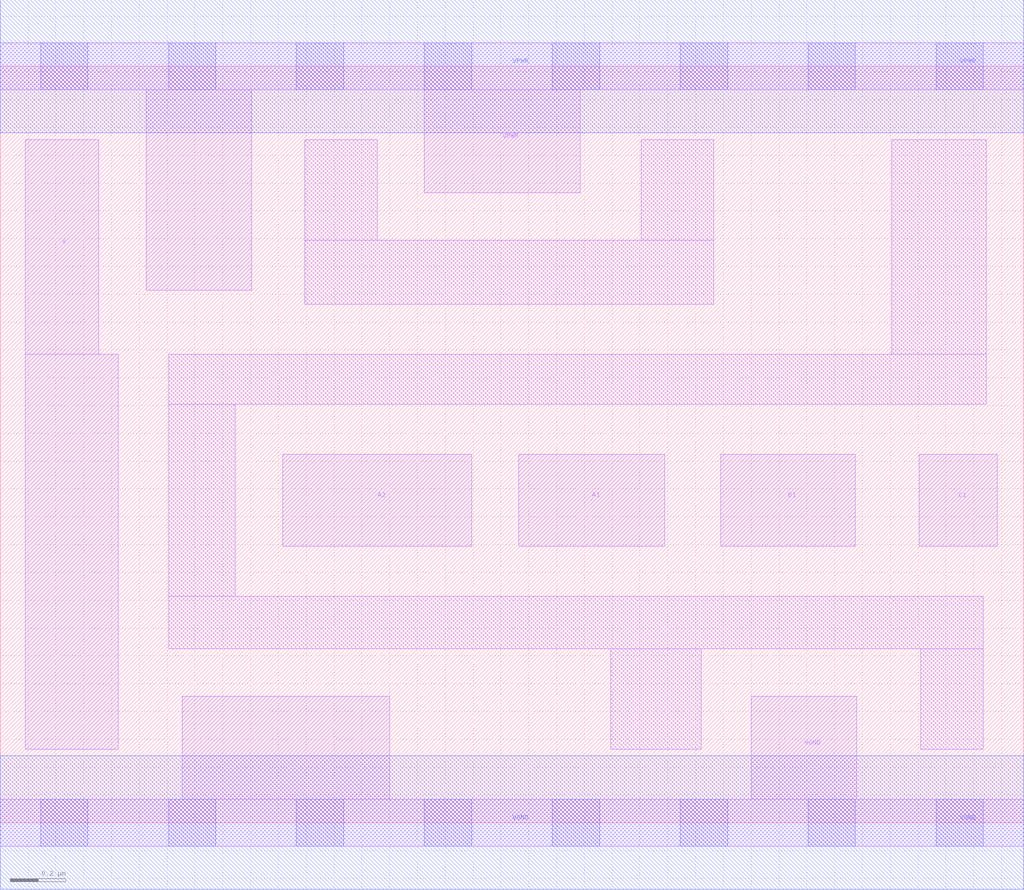
<source format=lef>
# Copyright 2020 The SkyWater PDK Authors
#
# Licensed under the Apache License, Version 2.0 (the "License");
# you may not use this file except in compliance with the License.
# You may obtain a copy of the License at
#
#     https://www.apache.org/licenses/LICENSE-2.0
#
# Unless required by applicable law or agreed to in writing, software
# distributed under the License is distributed on an "AS IS" BASIS,
# WITHOUT WARRANTIES OR CONDITIONS OF ANY KIND, either express or implied.
# See the License for the specific language governing permissions and
# limitations under the License.
#
# SPDX-License-Identifier: Apache-2.0

VERSION 5.7 ;
  NAMESCASESENSITIVE ON ;
  NOWIREEXTENSIONATPIN ON ;
  DIVIDERCHAR "/" ;
  BUSBITCHARS "[]" ;
UNITS
  DATABASE MICRONS 200 ;
END UNITS
PROPERTYDEFINITIONS
  MACRO maskLayoutSubType STRING ;
  MACRO prCellType STRING ;
  MACRO originalViewName STRING ;
END PROPERTYDEFINITIONS
MACRO sky130_fd_sc_hdll__a211o_1
  CLASS CORE ;
  FOREIGN sky130_fd_sc_hdll__a211o_1 ;
  ORIGIN  0.000000  0.000000 ;
  SIZE  3.680000 BY  2.720000 ;
  SYMMETRY X Y R90 ;
  SITE unithd ;
  PIN A1
    ANTENNAGATEAREA  0.277500 ;
    DIRECTION INPUT ;
    USE SIGNAL ;
    PORT
      LAYER li1 ;
        RECT 1.865000 0.995000 2.390000 1.325000 ;
    END
  END A1
  PIN A2
    ANTENNAGATEAREA  0.277500 ;
    DIRECTION INPUT ;
    USE SIGNAL ;
    PORT
      LAYER li1 ;
        RECT 1.015000 0.995000 1.695000 1.325000 ;
    END
  END A2
  PIN B1
    ANTENNAGATEAREA  0.277500 ;
    DIRECTION INPUT ;
    USE SIGNAL ;
    PORT
      LAYER li1 ;
        RECT 2.590000 0.995000 3.075000 1.325000 ;
    END
  END B1
  PIN C1
    ANTENNAGATEAREA  0.277500 ;
    DIRECTION INPUT ;
    USE SIGNAL ;
    PORT
      LAYER li1 ;
        RECT 3.305000 0.995000 3.585000 1.325000 ;
    END
  END C1
  PIN VGND
    ANTENNADIFFAREA  0.832000 ;
    DIRECTION INOUT ;
    USE SIGNAL ;
    PORT
      LAYER li1 ;
        RECT 0.000000 -0.085000 3.680000 0.085000 ;
        RECT 0.655000  0.085000 1.400000 0.455000 ;
        RECT 2.700000  0.085000 3.080000 0.455000 ;
      LAYER mcon ;
        RECT 0.145000 -0.085000 0.315000 0.085000 ;
        RECT 0.605000 -0.085000 0.775000 0.085000 ;
        RECT 1.065000 -0.085000 1.235000 0.085000 ;
        RECT 1.525000 -0.085000 1.695000 0.085000 ;
        RECT 1.985000 -0.085000 2.155000 0.085000 ;
        RECT 2.445000 -0.085000 2.615000 0.085000 ;
        RECT 2.905000 -0.085000 3.075000 0.085000 ;
        RECT 3.365000 -0.085000 3.535000 0.085000 ;
      LAYER met1 ;
        RECT 0.000000 -0.240000 3.680000 0.240000 ;
    END
  END VGND
  PIN VPWR
    ANTENNADIFFAREA  0.755000 ;
    DIRECTION INOUT ;
    USE SIGNAL ;
    PORT
      LAYER li1 ;
        RECT 0.000000 2.635000 3.680000 2.805000 ;
        RECT 0.525000 1.915000 0.905000 2.635000 ;
        RECT 1.525000 2.265000 2.085000 2.635000 ;
      LAYER mcon ;
        RECT 0.145000 2.635000 0.315000 2.805000 ;
        RECT 0.605000 2.635000 0.775000 2.805000 ;
        RECT 1.065000 2.635000 1.235000 2.805000 ;
        RECT 1.525000 2.635000 1.695000 2.805000 ;
        RECT 1.985000 2.635000 2.155000 2.805000 ;
        RECT 2.445000 2.635000 2.615000 2.805000 ;
        RECT 2.905000 2.635000 3.075000 2.805000 ;
        RECT 3.365000 2.635000 3.535000 2.805000 ;
      LAYER met1 ;
        RECT 0.000000 2.480000 3.680000 2.960000 ;
    END
  END VPWR
  PIN X
    ANTENNADIFFAREA  0.447250 ;
    DIRECTION OUTPUT ;
    USE SIGNAL ;
    PORT
      LAYER li1 ;
        RECT 0.090000 0.265000 0.425000 1.685000 ;
        RECT 0.090000 1.685000 0.355000 2.455000 ;
    END
  END X
  OBS
    LAYER li1 ;
      RECT 0.605000 0.625000 3.535000 0.815000 ;
      RECT 0.605000 0.815000 0.845000 1.505000 ;
      RECT 0.605000 1.505000 3.545000 1.685000 ;
      RECT 1.095000 1.865000 2.565000 2.095000 ;
      RECT 1.095000 2.095000 1.355000 2.455000 ;
      RECT 2.195000 0.265000 2.520000 0.625000 ;
      RECT 2.305000 2.095000 2.565000 2.455000 ;
      RECT 3.205000 1.685000 3.545000 2.455000 ;
      RECT 3.310000 0.265000 3.535000 0.625000 ;
  END
  PROPERTY maskLayoutSubType "abstract" ;
  PROPERTY prCellType "standard" ;
  PROPERTY originalViewName "layout" ;
END sky130_fd_sc_hdll__a211o_1

</source>
